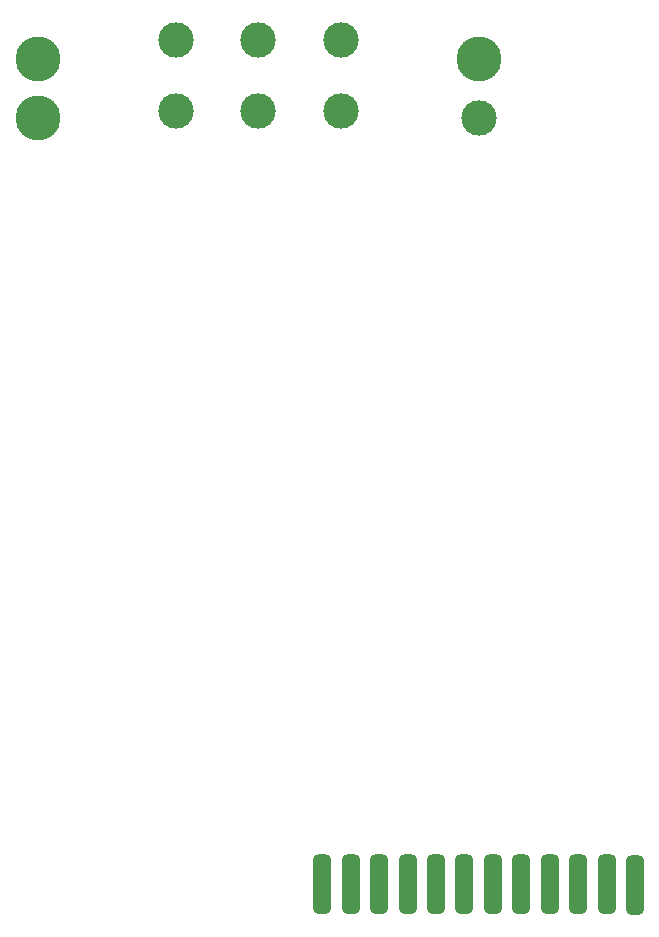
<source format=gbs>
G04 #@! TF.GenerationSoftware,KiCad,Pcbnew,7.0.7*
G04 #@! TF.CreationDate,2024-12-02T13:56:48+01:00*
G04 #@! TF.ProjectId,Finger_FSR_V1_length,46696e67-6572-45f4-9653-525f56315f6c,rev?*
G04 #@! TF.SameCoordinates,Original*
G04 #@! TF.FileFunction,Soldermask,Bot*
G04 #@! TF.FilePolarity,Negative*
%FSLAX46Y46*%
G04 Gerber Fmt 4.6, Leading zero omitted, Abs format (unit mm)*
G04 Created by KiCad (PCBNEW 7.0.7) date 2024-12-02 13:56:48*
%MOMM*%
%LPD*%
G01*
G04 APERTURE LIST*
G04 Aperture macros list*
%AMRoundRect*
0 Rectangle with rounded corners*
0 $1 Rounding radius*
0 $2 $3 $4 $5 $6 $7 $8 $9 X,Y pos of 4 corners*
0 Add a 4 corners polygon primitive as box body*
4,1,4,$2,$3,$4,$5,$6,$7,$8,$9,$2,$3,0*
0 Add four circle primitives for the rounded corners*
1,1,$1+$1,$2,$3*
1,1,$1+$1,$4,$5*
1,1,$1+$1,$6,$7*
1,1,$1+$1,$8,$9*
0 Add four rect primitives between the rounded corners*
20,1,$1+$1,$2,$3,$4,$5,0*
20,1,$1+$1,$4,$5,$6,$7,0*
20,1,$1+$1,$6,$7,$8,$9,0*
20,1,$1+$1,$8,$9,$2,$3,0*%
G04 Aperture macros list end*
%ADD10C,3.000000*%
%ADD11C,3.800000*%
%ADD12RoundRect,0.375000X-0.375000X2.125000X-0.375000X-2.125000X0.375000X-2.125000X0.375000X2.125000X0*%
%ADD13RoundRect,0.375000X0.375000X-2.125000X0.375000X2.125000X-0.375000X2.125000X-0.375000X-2.125000X0*%
G04 APERTURE END LIST*
D10*
X153450000Y-78650000D03*
D11*
X153450000Y-73650000D03*
X116150000Y-73650000D03*
X116150000Y-78650000D03*
D12*
X159469228Y-143500000D03*
X161876920Y-143500000D03*
D10*
X134800000Y-72000000D03*
D12*
X142615384Y-143500000D03*
X157061536Y-143500000D03*
D10*
X127800000Y-72000000D03*
D12*
X140207692Y-143500000D03*
X149838460Y-143500000D03*
X147430768Y-143500000D03*
X152246152Y-143500000D03*
X166692304Y-143570000D03*
D10*
X141800000Y-78000000D03*
X141800000Y-72000000D03*
X127800000Y-78000000D03*
D13*
X164284612Y-143500000D03*
D10*
X134800000Y-78000000D03*
D12*
X145023076Y-143500000D03*
X154653844Y-143500000D03*
M02*

</source>
